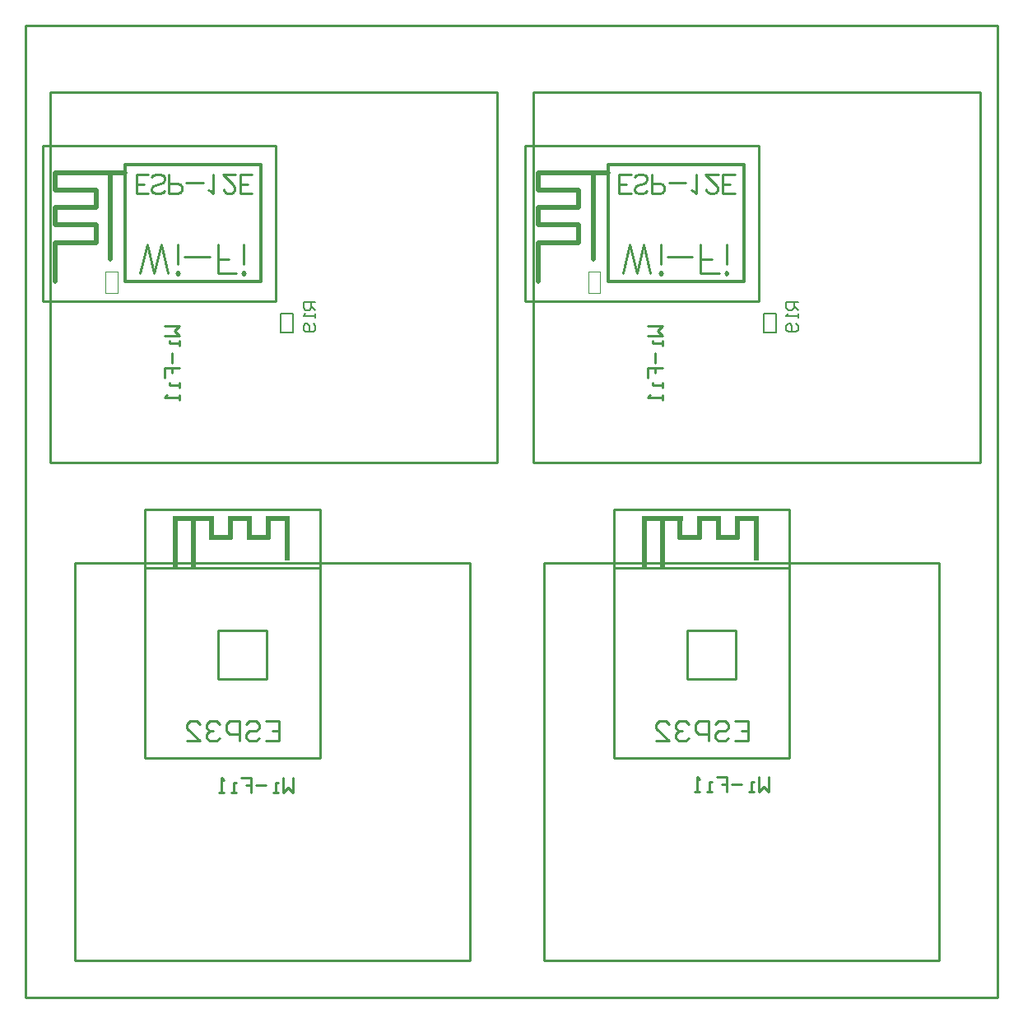
<source format=gbo>
%FSLAX23Y23*%
%MOIN*%
G70*
G01*
G75*
G04 Layer_Color=32896*
%ADD10R,0.079X0.150*%
%ADD11R,0.039X0.059*%
%ADD12R,0.063X0.055*%
%ADD13R,0.094X0.063*%
%ADD14R,0.059X0.039*%
%ADD15R,0.079X0.157*%
%ADD16R,0.100X0.200*%
%ADD17R,0.050X0.035*%
%ADD18R,0.110X0.079*%
%ADD19R,0.100X0.030*%
%ADD20R,0.017X0.066*%
%ADD21R,0.055X0.071*%
%ADD22R,0.090X0.150*%
%ADD23R,0.085X0.050*%
%ADD24R,0.150X0.079*%
%ADD25R,0.071X0.055*%
%ADD26R,0.063X0.094*%
%ADD27R,0.200X0.100*%
%ADD28R,0.079X0.110*%
%ADD29R,0.030X0.100*%
%ADD30R,0.026X0.042*%
%ADD31R,0.066X0.017*%
%ADD32R,0.150X0.090*%
%ADD33R,0.050X0.085*%
%ADD34C,0.025*%
%ADD35C,0.030*%
%ADD36C,0.040*%
%ADD37C,0.015*%
%ADD38C,0.020*%
%ADD39C,0.035*%
%ADD40C,0.050*%
%ADD41C,0.055*%
%ADD42C,0.010*%
%ADD43C,0.045*%
%ADD44C,0.060*%
%ADD45R,0.151X0.305*%
%ADD46R,0.035X0.075*%
%ADD47R,0.065X0.080*%
%ADD48R,0.280X0.151*%
%ADD49R,0.052X0.100*%
%ADD50R,0.094X0.047*%
%ADD51R,0.120X0.040*%
%ADD52R,0.035X0.045*%
%ADD53R,0.085X0.065*%
%ADD54R,0.064X0.076*%
%ADD55R,0.044X0.080*%
%ADD56C,0.079*%
%ADD57C,0.100*%
%ADD58C,0.138*%
%ADD59C,0.040*%
%ADD60C,0.050*%
%ADD61C,0.070*%
%ADD62R,0.030X0.070*%
%ADD63R,0.070X0.030*%
%ADD64R,0.094X0.047*%
%ADD65R,0.047X0.110*%
%ADD66R,0.205X0.305*%
%ADD67R,0.290X0.235*%
%ADD68C,0.004*%
%ADD69C,0.003*%
%ADD70C,0.002*%
%ADD71C,0.002*%
%ADD72C,0.005*%
%ADD73C,0.001*%
%ADD74C,0.008*%
%ADD75C,0.008*%
%ADD76R,0.060X0.169*%
%ADD77R,0.063X0.021*%
%ADD78R,0.021X0.063*%
%ADD79R,0.169X0.060*%
%ADD80R,0.063X0.023*%
%ADD81R,0.087X0.158*%
%ADD82R,0.047X0.067*%
%ADD83R,0.071X0.063*%
%ADD84R,0.102X0.071*%
%ADD85R,0.067X0.047*%
%ADD86R,0.087X0.165*%
%ADD87R,0.108X0.208*%
%ADD88R,0.058X0.043*%
%ADD89R,0.118X0.087*%
%ADD90R,0.108X0.038*%
%ADD91R,0.025X0.074*%
%ADD92R,0.063X0.079*%
%ADD93R,0.098X0.158*%
%ADD94R,0.093X0.058*%
%ADD95R,0.160X0.089*%
%ADD96R,0.069X0.049*%
%ADD97R,0.073X0.065*%
%ADD98R,0.049X0.069*%
%ADD99R,0.081X0.065*%
%ADD100R,0.073X0.104*%
%ADD101R,0.089X0.167*%
%ADD102R,0.210X0.110*%
%ADD103R,0.060X0.045*%
%ADD104R,0.089X0.120*%
%ADD105R,0.040X0.110*%
%ADD106R,0.036X0.052*%
%ADD107R,0.076X0.027*%
%ADD108R,0.160X0.100*%
%ADD109R,0.060X0.095*%
%ADD110C,0.087*%
%ADD111C,0.108*%
%ADD112C,0.146*%
%ADD113C,0.148*%
%ADD114C,0.089*%
%ADD115C,0.110*%
%ADD116C,0.048*%
%ADD117C,0.058*%
%ADD118C,0.078*%
%ADD119C,0.060*%
%ADD120C,0.080*%
%ADD121R,0.038X0.078*%
%ADD122R,0.078X0.038*%
%ADD123R,0.104X0.057*%
%ADD124R,0.057X0.120*%
%ADD125C,0.020*%
%ADD126C,0.012*%
%ADD127R,0.020X0.210*%
%ADD128R,0.166X0.020*%
%ADD129R,0.019X0.096*%
%ADD130R,0.096X0.019*%
%ADD131R,0.019X0.181*%
D42*
X2679Y1487D02*
X2875D01*
X2679Y1291D02*
Y1487D01*
Y1291D02*
X2875D01*
Y1487D01*
X3093Y971D02*
Y1975D01*
X2383Y1740D02*
X3093D01*
X2383Y1975D02*
X3093D01*
X2385Y971D02*
X3093D01*
X2383D02*
Y1975D01*
X779Y1487D02*
X975D01*
X779Y1291D02*
Y1487D01*
Y1291D02*
X975D01*
Y1487D01*
X1193Y971D02*
Y1975D01*
X483Y1740D02*
X1193D01*
X483Y1975D02*
X1193D01*
X485Y971D02*
X1193D01*
X483D02*
Y1975D01*
X2968Y2821D02*
Y3451D01*
X2023D02*
X2968D01*
X2023Y2821D02*
X2968D01*
X2023D02*
Y3451D01*
X1013Y2821D02*
Y3451D01*
X68D02*
X1013D01*
X68Y2821D02*
X1013D01*
X68D02*
Y3451D01*
X3011Y894D02*
Y834D01*
X2991Y854D01*
X2971Y834D01*
Y894D01*
X2951Y834D02*
X2931D01*
X2941D01*
Y874D01*
X2951D01*
X2901Y864D02*
X2861D01*
X2801Y894D02*
X2841D01*
Y864D01*
X2821D01*
X2841D01*
Y834D01*
X2781D02*
X2761D01*
X2771D01*
Y874D01*
X2781D01*
X2731Y834D02*
X2711D01*
X2721D01*
Y894D01*
X2731Y884D01*
X2874Y1118D02*
X2927D01*
Y1038D01*
X2874D01*
X2927Y1078D02*
X2900D01*
X2794Y1105D02*
X2807Y1118D01*
X2834D01*
X2847Y1105D01*
Y1091D01*
X2834Y1078D01*
X2807D01*
X2794Y1065D01*
Y1051D01*
X2807Y1038D01*
X2834D01*
X2847Y1051D01*
X2767Y1038D02*
Y1118D01*
X2727D01*
X2714Y1105D01*
Y1078D01*
X2727Y1065D01*
X2767D01*
X2687Y1105D02*
X2674Y1118D01*
X2647D01*
X2634Y1105D01*
Y1091D01*
X2647Y1078D01*
X2660D01*
X2647D01*
X2634Y1065D01*
Y1051D01*
X2647Y1038D01*
X2674D01*
X2687Y1051D01*
X2554Y1038D02*
X2607D01*
X2554Y1091D01*
Y1105D01*
X2567Y1118D01*
X2594D01*
X2607Y1105D01*
X1082Y888D02*
Y828D01*
X1062Y848D01*
X1042Y828D01*
Y888D01*
X1022Y828D02*
X1002D01*
X1012D01*
Y868D01*
X1022D01*
X972Y858D02*
X932D01*
X872Y888D02*
X912D01*
Y858D01*
X892D01*
X912D01*
Y828D01*
X852D02*
X832D01*
X842D01*
Y868D01*
X852D01*
X802Y828D02*
X782D01*
X792D01*
Y888D01*
X802Y878D01*
X974Y1118D02*
X1027D01*
Y1038D01*
X974D01*
X1027Y1078D02*
X1000D01*
X894Y1105D02*
X907Y1118D01*
X934D01*
X947Y1105D01*
Y1091D01*
X934Y1078D01*
X907D01*
X894Y1065D01*
Y1051D01*
X907Y1038D01*
X934D01*
X947Y1051D01*
X867Y1038D02*
Y1118D01*
X827D01*
X814Y1105D01*
Y1078D01*
X827Y1065D01*
X867D01*
X787Y1105D02*
X774Y1118D01*
X747D01*
X734Y1105D01*
Y1091D01*
X747Y1078D01*
X760D01*
X747D01*
X734Y1065D01*
Y1051D01*
X747Y1038D01*
X774D01*
X787Y1051D01*
X654Y1038D02*
X707D01*
X654Y1091D01*
Y1105D01*
X667Y1118D01*
X694D01*
X707Y1105D01*
X563Y2721D02*
X623D01*
X603Y2701D01*
X623Y2681D01*
X563D01*
X623Y2661D02*
Y2641D01*
Y2651D01*
X583D01*
Y2661D01*
X593Y2611D02*
Y2571D01*
X563Y2511D02*
Y2551D01*
X593D01*
Y2531D01*
Y2551D01*
X623D01*
Y2491D02*
Y2471D01*
Y2481D01*
X583D01*
Y2491D01*
X623Y2441D02*
Y2421D01*
Y2431D01*
X563D01*
X573Y2441D01*
X2518Y2721D02*
X2578D01*
X2558Y2701D01*
X2578Y2681D01*
X2518D01*
X2578Y2661D02*
Y2641D01*
Y2651D01*
X2538D01*
Y2661D01*
X2548Y2611D02*
Y2571D01*
X2518Y2511D02*
Y2551D01*
X2548D01*
Y2531D01*
Y2551D01*
X2578D01*
Y2491D02*
Y2471D01*
Y2481D01*
X2538D01*
Y2491D01*
X2578Y2441D02*
Y2421D01*
Y2431D01*
X2518D01*
X2528Y2441D01*
X2452Y3255D02*
X2403D01*
Y3334D01*
X2452D01*
X2403Y3293D02*
X2433D01*
X2517Y3267D02*
X2510Y3259D01*
X2499Y3255D01*
X2484D01*
X2472Y3259D01*
X2465Y3267D01*
Y3274D01*
X2469Y3282D01*
X2472Y3285D01*
X2480Y3289D01*
X2502Y3297D01*
X2510Y3300D01*
X2514Y3304D01*
X2517Y3312D01*
Y3323D01*
X2510Y3330D01*
X2499Y3334D01*
X2484D01*
X2472Y3330D01*
X2465Y3323D01*
X2535Y3297D02*
X2569D01*
X2580Y3293D01*
X2584Y3289D01*
X2587Y3282D01*
Y3270D01*
X2584Y3263D01*
X2580Y3259D01*
X2569Y3255D01*
X2535D01*
Y3334D01*
X2605Y3300D02*
X2673D01*
X2696Y3270D02*
X2703Y3267D01*
X2715Y3255D01*
Y3334D01*
X2757Y3274D02*
Y3270D01*
X2761Y3263D01*
X2765Y3259D01*
X2772Y3255D01*
X2787D01*
X2795Y3259D01*
X2798Y3263D01*
X2802Y3270D01*
Y3278D01*
X2798Y3285D01*
X2791Y3297D01*
X2754Y3334D01*
X2806D01*
X2872Y3255D02*
X2824D01*
Y3334D01*
X2872D01*
X2824Y3293D02*
X2854D01*
X2419Y2932D02*
X2447Y3050D01*
X2475Y2932D02*
X2447Y3050D01*
X2475Y2932D02*
X2503Y3050D01*
X2531Y2932D02*
X2503Y3050D01*
X2566Y2932D02*
X2572Y2938D01*
X2578Y2932D01*
X2572Y2926D01*
X2566Y2932D01*
X2572Y2971D02*
Y3050D01*
X2598Y2999D02*
X2700D01*
X2734Y2932D02*
Y3050D01*
Y2932D02*
X2808D01*
X2734Y2988D02*
X2779D01*
X2832Y2932D02*
X2838Y2938D01*
X2844Y2932D01*
X2838Y2926D01*
X2832Y2932D01*
X2838Y2971D02*
Y3050D01*
X497Y3255D02*
X448D01*
Y3334D01*
X497D01*
X448Y3293D02*
X478D01*
X562Y3267D02*
X555Y3259D01*
X544Y3255D01*
X529D01*
X517Y3259D01*
X510Y3267D01*
Y3274D01*
X514Y3282D01*
X517Y3285D01*
X525Y3289D01*
X547Y3297D01*
X555Y3300D01*
X559Y3304D01*
X562Y3312D01*
Y3323D01*
X555Y3330D01*
X544Y3334D01*
X529D01*
X517Y3330D01*
X510Y3323D01*
X580Y3297D02*
X614D01*
X625Y3293D01*
X629Y3289D01*
X632Y3282D01*
Y3270D01*
X629Y3263D01*
X625Y3259D01*
X614Y3255D01*
X580D01*
Y3334D01*
X650Y3300D02*
X718D01*
X741Y3270D02*
X748Y3267D01*
X760Y3255D01*
Y3334D01*
X802Y3274D02*
Y3270D01*
X806Y3263D01*
X810Y3259D01*
X817Y3255D01*
X832D01*
X840Y3259D01*
X843Y3263D01*
X847Y3270D01*
Y3278D01*
X843Y3285D01*
X836Y3297D01*
X799Y3334D01*
X851D01*
X917Y3255D02*
X869D01*
Y3334D01*
X917D01*
X869Y3293D02*
X899D01*
X464Y2932D02*
X492Y3050D01*
X520Y2932D02*
X492Y3050D01*
X520Y2932D02*
X548Y3050D01*
X576Y2932D02*
X548Y3050D01*
X611Y2932D02*
X617Y2938D01*
X623Y2932D01*
X617Y2926D01*
X611Y2932D01*
X617Y2971D02*
Y3050D01*
X643Y2999D02*
X745D01*
X779Y2932D02*
Y3050D01*
Y2932D02*
X853D01*
X779Y2988D02*
X824D01*
X877Y2932D02*
X883Y2938D01*
X889Y2932D01*
X883Y2926D01*
X877Y2932D01*
X883Y2971D02*
Y3050D01*
X2100Y150D02*
Y1760D01*
X3700D01*
X2100Y150D02*
X3700D01*
Y1760D01*
X1800Y150D02*
Y1760D01*
X200Y150D02*
X1800D01*
X200Y1760D02*
X1800D01*
X200Y150D02*
Y1760D01*
X3937Y0D02*
Y3937D01*
X0D02*
X3937D01*
X0Y0D02*
Y3937D01*
Y0D02*
X3937D01*
X100Y2165D02*
X1910D01*
X100D02*
Y3665D01*
X1910Y2165D02*
Y3665D01*
X100D02*
X1910D01*
X2055D02*
X3865D01*
Y2165D02*
Y3665D01*
X2055Y2165D02*
Y3665D01*
Y2165D02*
X3865D01*
D68*
X2279Y2853D02*
Y2939D01*
X2327D01*
Y2853D02*
Y2939D01*
X2279Y2853D02*
X2327D01*
X324D02*
Y2939D01*
X372D01*
Y2853D02*
Y2939D01*
X324Y2853D02*
X372D01*
D72*
X2988Y2771D02*
X3038D01*
X2988Y2692D02*
Y2771D01*
Y2692D02*
X3038D01*
Y2771D01*
X1033D02*
X1083D01*
X1033Y2692D02*
Y2771D01*
Y2692D02*
X1083D01*
Y2771D01*
D75*
X1173Y2816D02*
X1125D01*
Y2792D01*
X1133Y2784D01*
X1149D01*
X1157Y2792D01*
Y2816D01*
Y2800D02*
X1173Y2784D01*
Y2768D02*
Y2752D01*
Y2760D01*
X1125D01*
X1133Y2768D01*
X1165Y2728D02*
X1173Y2720D01*
Y2704D01*
X1165Y2696D01*
X1133D01*
X1125Y2704D01*
Y2720D01*
X1133Y2728D01*
X1141D01*
X1149Y2720D01*
Y2696D01*
X3128Y2816D02*
X3080D01*
Y2792D01*
X3088Y2784D01*
X3104D01*
X3112Y2792D01*
Y2816D01*
Y2800D02*
X3128Y2784D01*
Y2768D02*
Y2752D01*
Y2760D01*
X3080D01*
X3088Y2768D01*
X3120Y2728D02*
X3128Y2720D01*
Y2704D01*
X3120Y2696D01*
X3088D01*
X3080Y2704D01*
Y2720D01*
X3088Y2728D01*
X3096D01*
X3104Y2720D01*
Y2696D01*
D125*
X2075Y2900D02*
Y3057D01*
X2240D01*
Y3128D01*
X2299Y2989D02*
Y3341D01*
X2075Y3128D02*
X2240D01*
X2075D02*
Y3199D01*
X2240D01*
Y3270D01*
X2075D02*
X2240D01*
X2075D02*
Y3341D01*
X2358D01*
X120Y2900D02*
Y3057D01*
X285D01*
Y3128D01*
X344Y2989D02*
Y3341D01*
X120Y3128D02*
X285D01*
X120D02*
Y3199D01*
X285D01*
Y3270D01*
X120D02*
X285D01*
X120D02*
Y3341D01*
X403D01*
D126*
X2358Y3372D02*
X2909D01*
X2358Y2900D02*
X2909D01*
X2358D02*
Y3372D01*
X2909Y2900D02*
Y3372D01*
X403D02*
X954D01*
X403Y2900D02*
X954D01*
X403D02*
Y3372D01*
X954Y2900D02*
Y3372D01*
D127*
X2505Y1845D02*
D03*
X2579D02*
D03*
X605D02*
D03*
X679D02*
D03*
D128*
X2578Y1940D02*
D03*
X678D02*
D03*
D129*
X2651Y1902D02*
D03*
X2728D02*
D03*
X2806D02*
D03*
X2882Y1903D02*
D03*
X752Y1902D02*
D03*
X828D02*
D03*
X905D02*
D03*
X983Y1903D02*
D03*
D130*
X2690Y1863D02*
D03*
X2767Y1941D02*
D03*
X2844Y1863D02*
D03*
X2921Y1941D02*
D03*
X790Y1863D02*
D03*
X867Y1941D02*
D03*
X944Y1863D02*
D03*
X1021Y1941D02*
D03*
D131*
X2960Y1860D02*
D03*
X1059D02*
D03*
M02*

</source>
